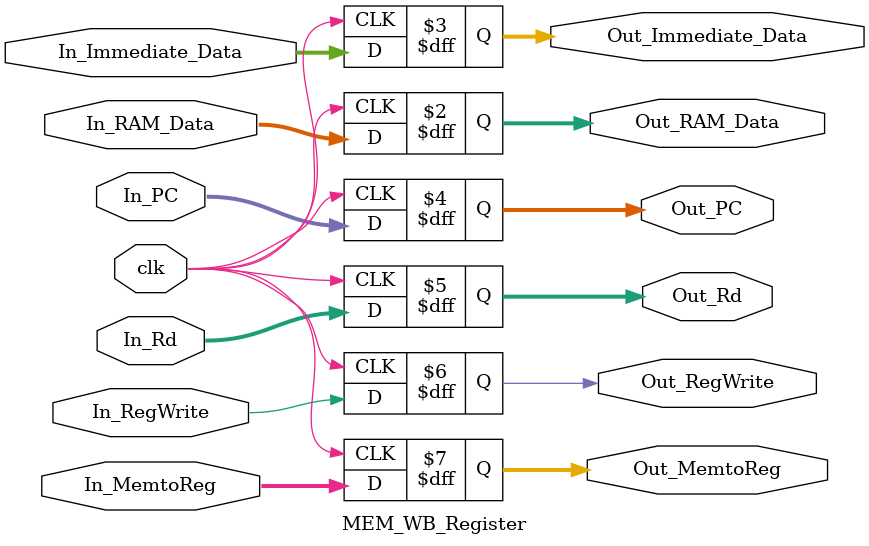
<source format=v>
module MEM_WB_Register (
// input signals
	
	clk,In_RAM_Data,In_Immediate_Data, In_Rd,
	 
	// output signals
	Out_RAM_Data,Out_Immediate_Data, Out_Rd,
	// control unit input signals
	
	
	// WB signals
	In_RegWrite, In_MemtoReg,
	
	// control unit output signals
	
	// WB signals
	Out_RegWrite, Out_MemtoReg,
	In_PC,Out_PC
	
); 


input clk ;

input [31:0] In_RAM_Data,In_Immediate_Data,In_PC ; // this refer to RAM output data and Immediate data

input [4:0] In_Rd; // the values come from the instruction in ID stage

input In_RegWrite;

input [1:0] In_MemtoReg;


output reg [31:0]  Out_RAM_Data,Out_Immediate_Data,Out_PC ;

output reg [4:0]   Out_Rd; 

output reg Out_RegWrite;
							 

output reg [1:0] Out_MemtoReg;

						 
						 
always @(posedge clk)
	begin
		
			
			Out_RAM_Data <= In_RAM_Data;
			Out_Immediate_Data <= In_Immediate_Data;
					
			Out_Rd <=In_Rd;
			
			Out_RegWrite <= In_RegWrite;
			Out_MemtoReg<=In_MemtoReg;
			
			Out_PC<=In_PC;
			
	
	end
	
endmodule

</source>
